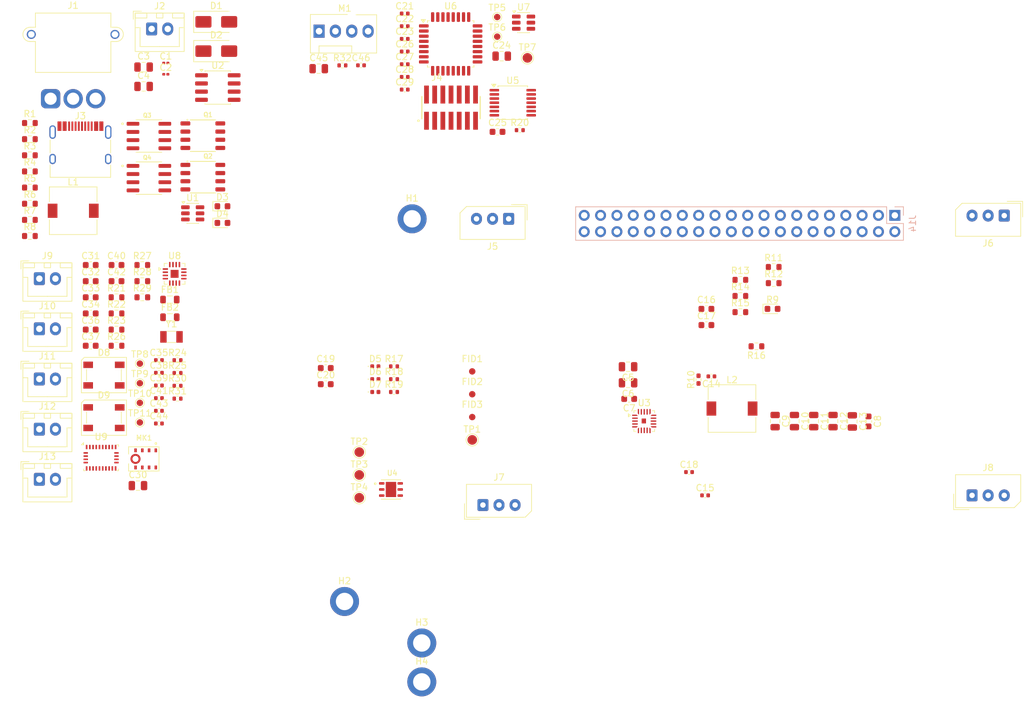
<source format=kicad_pcb>
(kicad_pcb (version 20241229) (generator "pcbnew") (generator_version "9.0")
  (layers (0 "F.Cu" signal) (2 "B.Cu" signal) (13 "F.Paste" user) (15 "B.Paste" user) (5 "F.SilkS" user "F.Silkscreen") (7 "B.SilkS" user "B.Silkscreen") (1 "F.Mask" user) (3 "B.Mask" user) (25 "Edge.Cuts" user))
  (net 0 "")
  (net 1 "Net-(U1-VDD)")
  (net 2 "/Power Supply & Charge/B-")
  (net 3 "Net-(U1-VC)")
  (net 4 "GND")
  (net 5 "Net-(U2-CE)")
  (net 6 "/Power Supply & Charge/B+")
  (net 7 "/Power Supply & Charge/V_BATT")
  (net 8 "+5V")
  (net 9 "Net-(C14-Pad1)")
  (net 10 "Net-(C14-Pad2)")
  (net 11 "Net-(U3-FB)")
  (net 12 "Net-(U3-VCC)")
  (net 13 "Net-(U3-SS)")
  (net 14 "/Voltage regulation/EN")
  (net 15 "+3.3V")
  (net 16 "/Raspberry Pi Interface/NRST")
  (net 17 "/Peripherals (Sensors & Audio)/SPEAKER_VO-")
  (net 18 "/Peripherals (Sensors & Audio)/SPEAKER_VO+")
  (net 19 "Net-(U9-XOUT32)")
  (net 20 "/Peripherals (Sensors & Audio)/FSR_TopLeft")
  (net 21 "/Peripherals (Sensors & Audio)/FSR_TopRight")
  (net 22 "Net-(U9-XIN32)")
  (net 23 "Net-(U9-CAP)")
  (net 24 "/Peripherals (Sensors & Audio)/FSR_BotLeft")
  (net 25 "/Peripherals (Sensors & Audio)/FSR_BotRight")
  (net 26 "Net-(D1-A)")
  (net 27 "Net-(D2-K)")
  (net 28 "Net-(D3-K)")
  (net 29 "Net-(D3-A)")
  (net 30 "Net-(D4-A)")
  (net 31 "Net-(D5-A)")
  (net 32 "Net-(D6-A)")
  (net 33 "Net-(D7-A)")
  (net 34 "Net-(D8-DIN)")
  (net 35 "/Peripherals (Sensors & Audio)/LED_DATA")
  (net 37 "Net-(U8-OUTP)")
  (net 38 "Net-(U8-OUTN)")
  (net 39 "/Power Supply & Charge/BM")
  (net 42 "Net-(J3-CC1)")
  (net 43 "Net-(J3-CC2)")
  (net 46 "/STM32 Microcontroller Core/USART1_RX")
  (net 48 "/STM32 Microcontroller Core/SWO")
  (net 50 "/STM32 Microcontroller Core/SWCLK")
  (net 51 "/STM32 Microcontroller Core/SWDIO")
  (net 54 "/STM32 Microcontroller Core/USART1_TX")
  (net 55 "/STM32 Microcontroller Core/SERVO_DATA")
  (net 56 "/Raspberry Pi Interface/SPI_SCLK")
  (net 58 "/Peripherals (Sensors & Audio)/LRCLK")
  (net 59 "/Raspberry Pi Interface/SPI_CS")
  (net 63 "/Raspberry Pi Interface/SPI_MOSI")
  (net 67 "/Raspberry Pi Interface/SPI_MISO")
  (net 69 "/Raspberry Pi Interface/Fan_Tacho")
  (net 70 "/Peripherals (Sensors & Audio)/DIN")
  (net 76 "/Peripherals (Sensors & Audio)/BCLK")
  (net 82 "/Raspberry Pi Interface/Fan_PWM")
  (net 84 "Net-(Q1-G)")
  (net 85 "Net-(Q1-D-Pad5)")
  (net 86 "Net-(Q2-G)")
  (net 87 "Net-(U2-CSN)")
  (net 88 "Net-(U2-HDRV)")
  (net 89 "Net-(Q4-G)")
  (net 90 "Net-(U1-CS)")
  (net 91 "Net-(U3-PGOOD)")
  (net 92 "Net-(U3-BST)")
  (net 93 "Net-(U3-MODE)")
  (net 94 "Net-(U6-PB8)")
  (net 95 "Net-(U8-~{SD_MODE})")
  (net 96 "Net-(U9-~{RESET})")
  (net 97 "/Peripherals (Sensors & Audio)/RGB_LED")
  (net 98 "/Peripherals (Sensors & Audio)/IMU_SCL")
  (net 99 "/Peripherals (Sensors & Audio)/IMU_SDA")
  (net 100 "Net-(U9-PS1)")
  (net 101 "Net-(U9-PS0)")
  (net 102 "/STM32 Microcontroller Core/USART2_DE")
  (net 104 "/STM32 Microcontroller Core/TIM4_CH1")
  (net 105 "/STM32 Microcontroller Core/USART2_TX")
  (net 106 "/Peripherals (Sensors & Audio)/IMU_INT")
  (footprint "Capacitor_SMD:C_0603_1608Metric" (layer "F.Cu") (at 65.5775 76.215)
    (property "Reference" "C20")
    (property "Value" "1µF")
  )
  (footprint "Resistor_SMD:R_0603_1608Metric" (layer "F.Cu") (at 37.0775 57.685)
    (property "Reference" "R27")
    (property "Value" "4.7k")
  )
  (footprint "Capacitor_SMD:C_0805_2012Metric" (layer "F.Cu") (at 64.4875 27.155)
    (property "Reference" "C45")
    (property "Value" "10µF")
  )
  (footprint "Chromapi_FP:MIC_INMP441ACEZ-R7" (layer "F.Cu") (at 37.3075 87.83)
    (property "Reference" "MK1")
    (property "Value" "INMP441ACEZ-R7")
  )
  (footprint "LED_SMD:LED_0402_1005Metric" (layer "F.Cu") (at 73.2825 75.435)
    (property "Reference" "D6")
    (property "Value" "5V_LED")
  )
  (footprint "Resistor_SMD:R_0603_1608Metric" (layer "F.Cu") (at 19.6075 38.115)
    (property "Reference" "R2")
    (property "Value" "330")
  )
  (footprint "Package_DFN_QFN:Texas_RJE0020A_VQFN-20-1EP_3x3mm_P0.45mm_EP0.675x0.76mm" (layer "F.Cu") (at 115.0625 81.95)
    (property "Reference" "U3")
    (property "Value" "TPS568230")
  )
  (footprint "Capacitor_SMD:C_0603_1608Metric" (layer "F.Cu") (at 29.0575 62.705)
    (property "Reference" "C33")
    (property "Value" "220pF")
  )
  (footprint "Capacitor_SMD:C_0805_2012Metric" (layer "F.Cu") (at 147.4 82 -90)
    (property "Reference" "C13")
    (property "Value" "22µF")
  )
  (footprint "Capacitor_SMD:C_0805_2012Metric" (layer "F.Cu") (at 141.4 81.95 -90)
    (property "Reference" "C11")
    (property "Value" "22µF")
  )
  (footprint "Capacitor_SMD:C_0402_1005Metric" (layer "F.Cu") (at 77.8475 22.525)
    (property "Reference" "C23")
    (property "Value" "100nF")
  )
  (footprint "Resistor_SMD:R_0402_1005Metric" (layer "F.Cu") (at 76.1875 73.445)
    (property "Reference" "R17")
    (property "Value" "3.3k")
  )
  (footprint "Resistor_SMD:R_0603_1608Metric" (layer "F.Cu") (at 33.0675 62.705)
    (property "Reference" "R21")
    (property "Value" "1M")
  )
  (footprint "Capacitor_SMD:C_0603_1608Metric" (layer "F.Cu") (at 33.0675 57.685)
    (property "Reference" "C40")
    (property "Value" "22pF")
  )
  (footprint "Capacitor_SMD:C_0402_1005Metric" (layer "F.Cu") (at 39.6575 82.325)
    (property "Reference" "C44")
    (property "Value" "100nF")
  )
  (footprint "Resistor_SMD:R_0603_1608Metric" (layer "F.Cu") (at 132.5 70.325 180)
    (property "Reference" "R16")
    (property "Value" "47k")
  )
  (footprint "MountingHole:MountingHole_2.7mm_M2.5_ISO14580_Pad_TopBottom" (layer "F.Cu") (at 68.5 110)
    (property "Reference" "H2")
    (property "Value" "MountingHole_Pad")
  )
  (footprint "Capacitor_SMD:C_0402_1005Metric" (layer "F.Cu") (at 77.8475 24.495)
    (property "Reference" "C26")
    (property "Value" "100nF")
  )
  (footprint "Capacitor_SMD:C_0805_2012Metric" (layer "F.Cu") (at 37.2775 29.915)
    (property "Reference" "C4")
    (property "Value" "22µF")
  )
  (footprint "Capacitor_SMD:C_0805_2012Metric" (layer "F.Cu") (at 37.2775 26.905)
    (property "Reference" "C3")
    (property "Value" "22µF")
  )
  (footprint "Resistor_SMD:R_0603_1608Metric" (layer "F.Cu") (at 19.6075 48.155)
    (property "Reference" "R6")
    (property "Value" "5.1k")
  )
  (footprint "Connector_JST:JST_XH_B2B-XH-A_1x02_P2.50mm_Vertical" (layer "F.Cu") (at 21.0775 91.005)
    (property "Reference" "J13")
    (property "Value" "Conn_FSR_BotRight")
  )
  (footprint "Capacitor_SMD:C_0402_1005Metric" (layer "F.Cu") (at 39.6575 80.355)
    (property "Reference" "C43")
    (property "Value" "100nF")
  )
  (footprint "Capacitor_SMD:C_0603_1608Metric" (layer "F.Cu") (at 65.5775 73.705)
    (property "Reference" "C19")
    (property "Value" "1µF")
  )
  (footprint "Capacitor_SMD:C_0805_2012Metric" (layer "F.Cu") (at 144.4 81.95 -90)
    (property "Reference" "C12")
    (property "Value" "22µF")
  )
  (footprint "Resistor_SMD:R_0603_1608Metric" (layer "F.Cu") (at 19.6075 35.605)
    (property "Reference" "R1")
    (property "Value" "330")
  )
  (footprint "Resistor_SMD:R_0603_1608Metric" (layer "F.Cu") (at 135.175 57.99)
    (property "Reference" "R11")
    (property "Value" "220k")
  )
  (footprint "Package_QFP:LQFP-32_7x7mm_P0.8mm" (layer "F.Cu") (at 84.9875 23.305)
    (property "Reference" "U6")
    (property "Value" "STM32G431KBTx")
  )
  (footprint "Capacitor_SMD:C_0402_1005Metric" (layer "F.Cu") (at 39.6575 72.475)
    (property "Reference" "C35")
    (property "Value" "100nF")
  )
  (footprint "Connector_USB:USB_C_Receptacle_HRO_TYPE-C-31-M-12" (layer "F.Cu") (at 27.4575 40.145)
    (property "Reference" "J3")
    (property "Value" "USB_C_Receptacle_USB2.0_14P")
  )
  (footprint "Resistor_SMD:R_0402_1005Metric" (layer "F.Cu") (at 76.1875 75.435)
    (property "Reference" "R18")
    (property "Value" "1k")
  )
  (footprint "Capacitor_SMD:C_0603_1608Metric" (layer "F.Cu") (at 29.0575 60.195)
    (property "Reference" "C32")
    (property "Value" "100nF")
  )
  (footprint "Capacitor_SMD:C_0402_1005Metric" (layer "F.Cu") (at 77.8475 20.555)
    (property "Reference" "C22")
    (property "Value" "100nF")
  )
  (footprint "Resistor_SMD:R_0603_1608Metric" (layer "F.Cu") (at 135.175 60.5)
    (property "Reference" "R12")
    (property "Value" "75k")
  )
  (footprint "Capacitor_SMD:C_0603_1608Metric" (layer "F.Cu") (at 124.725 64.51)
    (property "Reference" "C16")
    (property "Value" "1µF")
  )
  (footprint "Diode_SMD:D_SMA" (layer "F.Cu") (at 48.5725 19.875)
    (property "Reference" "D1")
    (property "Value" "SS34")
  )
  (footprint "Chromapi_FP:ao4406a_SOIC-8_3.9x4.9x1.75mm_P1.27mm" (layer "F.Cu") (at 46.4825 44.025)
    (property "Reference" "Q2")
    (property "Value" "AO4406A")
  )
  (footprint "Connector_AMASS:AMASS_MR30PW-M_1x03_P3.50mm_Horizontal" (layer "F.Cu") (at 22.8275 31.825)
    (property "Reference" "J1")
    (property "Value" "Battery Input")
  )
  (footprint "Connector_JST:JST_XH_B2B-XH-A_1x02_P2.50mm_Vertical" (layer "F.Cu") (at 21.0775 67.605)
    (property "Reference" "J10")
    (property "Value" "Conn_FSR_TopLeft")
  )
  (footprint "Capacitor_SMD:C_0603_1608Metric" (layer "F.Cu") (at 149.9 82 -90)
    (property "Reference" "C8")
    (property "Value" "100nF")
  )
  (footprint "Capacitor_SMD:C_0201_0603Metric" (layer "F.Cu") (at 40.7275 28.025)
    (property "Reference" "C2")
    (property "Value" "100nF")
  )
  (footprint "Connector_Molex:Molex_SPOX_5267-03A_1x03_P2.50mm_Vertical" (layer "F.Cu") (at 94 50.5 180)
    (property "Reference" "J5")
    (property "Value" "Conn_TopLeft")
  )
  (footprint "Resistor_SMD:R_0603_1608Metric" (layer "F.Cu") (at 19.6075 50.665)
    (property "Reference" "R7")
    (property "Value" "1k")
  )
  (footprint "Capacitor_SMD:C_0402_1005Metric" (layer "F.Cu") (at 125.5 75 180)
    (property "Reference" "C14")
    (property "Value" "100nF")
  )
  (footprint "Capacitor_SMD:C_0603_1608Metric" (layer "F.Cu") (at 29.0575 65.215)
    (property "Reference" "C34")
    (property "Value" "220pF")
  )
  (footprint "Package_TO_SOT_SMD:SOT-23-6" (layer "F.Cu") (at 96.3175 20)
    (property "Reference" "U7")
    (property "Value" "SN74LVC1T45DBV")
  )
  (footprint "Connector_Molex:Molex_SPOX_5267-03A_1x03_P2.50mm_Vertical" (layer "F.Cu") (at 166 93.5)
    (property "Reference" "J8")
    (property "Value" "Conn_BotRight")
  )
  (footprint "Connector:FanPinHeader_1x04_P2.54mm_Vertical" (layer "F.Cu") (at 64.5375 21.325)
    (property "Reference" "M1")
    (property "Value" "Noctua NF-A4x10")
  )
  (footprint "TestPoint:TestPoint_Pad_D1.0mm" (layer "F.Cu") (at 36.6975 73.015)
    (property "Reference" "TP8")
    (property "Value" "TP_FSR_TopLeft")
  )
  (footprint "TestPoint:TestPoint_Pad_D1.0mm" (layer "F.Cu") (at 92.2175 19.125)
    (property "Reference" "TP5")
    (property "Value" "TP_SERVO_DATA")
  )
  (footprint "LED_SMD:LED_0603_1608Metric" (layer "F.Cu") (at 49.5275 51.135)
    (property "Reference" "D4")
    (property "Value" "Red_LED")
  )
  (footprint "LED_SMD:LED_0402_1005Metric" (layer "F.Cu") (at 73.2825 73.445)
    (property "Reference" "D5")
    (property "Value" "BATT_LED")
  )
  (footprint "Resistor_SMD:R_0603_1608Metric" (layer "F.Cu") (at 19.6075 43.135)
    (property "Reference" "R4")
    (property "Value" "60m")
  )
  (footprint "Capacitor_SMD:C_0603_1608Metric" (layer "F.Cu") (at 124.725 67.02)
    (property "Reference" "C17")
    (property "Value" "22nF")
  )
  (footprint "Fiducial:Fiducial_1mm_Mask2mm" (layer "F.Cu") (at 88.3375 81.325)
    (property "Reference" "FID3")
    (property "Value" "Fiducial")
  )
  (footprint "MountingHole:MountingHole_2.7mm_M2.5_ISO14580_Pad_TopBottom" (layer "F.Cu") (at 80.5 122.5)
    (property "Reference" "H4")
    (property "Value" "MountingHole_Pad")
  )
  (footprint "Resistor_SMD:R_0603_1608Metric" (layer "F.Cu") (at 130 65.01)
    (property "Reference" "R15")
    (property "Value" "51k")
  )
  (footprint "Capacitor_SMD:C_0805_2012Metric" (layer "F.Cu") (at 112.55 76 180)
    (property "Reference" "C6")
    (property "Value" "22µF")
  )
  (footprint "Capacitor_SMD:C_0402_1005Metric" (layer "F.Cu") (at 39.6575 74.445)
    (property "Reference" "C38")
    (property "Value" "100nF")
  )
  (footprint "Capacitor_SMD:C_0402_1005Metric" (layer "F.Cu") (at 124.52 93.5)
    (property "Reference" "C15")
    (property "Value" "100pF")
  )
  (footprint "Resistor_SMD:R_0603_1608Metric" (layer "F.Cu") (at 33.0675 65.215)
    (property "Reference" "R22")
    (property "Value" "10k")
  )
  (footprint "Resistor_SMD:R_0402_1005Metric" (layer "F.Cu") (at 68.1675 26.645)
    (property "Reference" "R32")
    (property "Value" "1k")
  )
  (footprint "Capacitor_SMD:C_0603_1608Metric" (layer "F.Cu") (at 29.0575 57.685)
    (property "Reference" "C31")
    (property "Value" "100nF")
  )
  (footprint "Capacitor_SMD:C_0201_0603Metric" (layer "F.Cu") (at 40.7275 26.275)
    (property "Reference" "C1")
    (property "Value" "100nF")
  )
  (footprint "Inductor_SMD:L_0805_2012Metric" (layer "F.Cu") (at 41.3575 65.805)
    (property "Reference" "FB2")
    (property "Value" "FerriteBead_Small")
  )
  (footprint "Capacitor_SMD:C_0603_1608Metric" (layer "F.Cu") (at 29.0575 70.235)
    (property "Reference" "C37")
    (property "Value" "22pF")
  )
  (footprint "Resistor_SMD:R_0402_1005Metric" (layer "F.Cu") (at 42.5475 72.485)
    (property "Reference" "R24")
    (property "Value" "10k")
  )
  (footprint "MountingHole:MountingHole_2.7mm_M2.5_ISO14580_Pad_TopBottom" (layer "F.Cu") (at 79 50.5)
    (property "Reference" "H1")
    (property "Value" "MountingHole_Pad")
  )
  (footprint "TestPoint:TestPoint_Pad_D1.0mm" (layer "F.Cu") (at 36.6975 79.115)
    (property "Reference" "TP10")
    (property "Value" "TP_FSR_BotLeft")
  )
  (footprint "Capacitor_SMD:C_0805_2012Metric" (layer "F.Cu") (at 138.4 81.95 -90)
    (property "Reference" "C10")
    (property "Value" "22µF")
  )
  (footprint "LED_SMD:LED_0603_1608Metric" (layer "F.Cu") (at 49.5275 48.545)
    (property "Reference" "D3")
    (property "Value" "Green_LED")
  )
  (footprint "LED_SMD:LED_SK6812_PLCC4_5.0x5.0mm_P3.2mm" (layer "F.Cu") (at 31.1125 81.42)
    (property "Reference" "D9")
    (property "Value" "SK6812")
  )
  (footprint "Connector_Molex:Molex_SPOX_5267-03A_1x03_P2.50mm_Vertical" (layer "F.Cu") (at 90 95)
    (property "Reference" "J7")
    (property "Value" "Conn_BotLeft")
  )
  (footprint "Resistor_SMD:R_0402_1005Metric_Pad0.72x0.64mm_HandSolder" (layer "F.Cu") (at 123.5 75.5 90)
    (property "Reference" "R10")
    (property "Value" "0")
  )
  (footprint "Capacitor_SMD:C_0402_1005Metric" (layer "F.Cu") (at 77.8475 28.435)
    (property "Reference" "C28")
    (property "Value" "100nF")
  )
  (footprint "Resistor_SMD:R_0402_1005Metric" (layer "F.Cu") (at 42.5475 78.455)
    (property "Reference" "R31")
    (property "Value" "10k")
  )
  (footprint "Inductor_SMD:L_0805_2012Metric" (layer "F.Cu") (at 41.3575 63.055)
    (property "Reference" "FB1")
    (property "Value" "FerriteBead_Small")
  )
  (footprint "Resistor_SMD:R_0402_1005Metric" (layer "F.Cu") (at 76.1875 77.425)
    (property "Reference" "R19")
    (property "Value" "470")
  )
  (footprint "Chromapi_FP:SAMTEC_FTSH-107-01-L-DV-K-A" (layer "F.Cu") (at 85.0425 33.215)
    (property "Reference" "J4")
    (property "Value" "Conn_ST_STDC14")
  )
  (footprint "Resistor_SMD:R_0603_1608Metric" (layer "F.Cu") (at 19.6075 53.175)
    (property "Reference" "R8")
    (property "Value" "1k")
  )
  (footprint "TestPoint:TestPoint_Pad_D1.5mm" (layer "F.Cu") (at 70.7875 93.875)
    (property "Reference" "TP4")
    (property "Value" "TP_3V3")
  )
  (footprint "Capacitor_SMD:C_0402_1005Metric" (layer "F.Cu") (at 77.8475 30.405)
    (property "Reference" "C29")
    (property "Value" "100nF")
  )
  (footprint "Resistor_SMD:R_0603_1608Metric" (layer "F.Cu") (at 130 59.99)
    (property "Reference" "R13")
    (property "Value" "30k")
  )
  (footprint "Capacitor_SMD:C_0402_1005Metric" (layer "F.Cu") (at 77.8475 18.585)
    (property "Reference" "C21")
    (property "Value" "100nF")
  )
  (footprint "Capacitor_SMD:C_0805_2012Metric" (layer "F.Cu") (at 36.3975 91.985)
    (property "Reference" "C30")
    (property "Value" "10µF")
  )
  (footprint "Capacitor_SMD:C_0603_1608Metric" (layer "F.Cu") (at 33.0675 60.195)
    (property "Reference" "C42")
    (property "Value" "100nF")
  )
  (footprint "Fiducial:Fiducial_1mm_Mask2mm" (layer "F.Cu") (at 88.3375 77.775)
    (property "Reference" "FID2")
    (property "Value" "Fiducial")
  )
  (footprint "Resistor_SMD:R_0402_1005Metric" (layer "F.Cu") (at 42.5475 74.475)
    (property "Reference" "R25")
    (property "Value" "10k")
  )
  (footprint "Package_DFN_QFN:TQFN-16-1EP_3x3mm_P0.5mm_EP1.23x1.23mm" (layer "F.Cu") (at 42.0925 59.055)
    (property "Reference" "U8")
    (property "Value" "MAX98357A")
  )
  (footprint "Capacitor_SMD:C_0402_1005Metric" (layer "F.Cu") (at 122.0275 89.875)
    (property "Reference" "C18")
    (property "Value" "100nF")
  )
  (footprint "LED_SMD:LED_SK6812_PLCC4_5.0x5.0mm_P3.2mm" (layer "F.Cu") (at 31.1125 74.8)
    (property "Reference" "D8")
    (property "Value" "SK6812")
  )
  (footprint "Connector_JST:JST_XH_B2B-XH-A_1x02_P2.50mm_Vertical" (layer "F.Cu") (at 38.5275 20.975)
    (property "Reference" "J2")
    (property "Value" "Power Switch")
  )
  (footprint "TestPoint:TestPoint_Pad_D1.0mm" (layer "F.Cu") (at 92.2175 22.175)
    (property "Reference" "TP6")
    (property "Value" "TP_USART_DE")
  )
  (footprint "Capacitor_SMD:C_0805_2012Metric" (layer "F.Cu") (at 135.4 81.95 -90)
    (property "Reference" "C9")
    (property "Value" "22µF")
  )
  (footprint "Resistor_SMD:R_0603_1608Metric" (layer "F.Cu") (at 33.0675 70.235)
    (property "Reference" "R26")
    (property "Value" "4.7k")
  )
  (footprint "Diode_SMD:D_SMA" (layer "F.Cu") (at 48.5725 24.425)
    (property "Reference" "D2")
    (property "Value" "SS34")
  )
  (footprint "Capacitor_SMD:C_0603_1608Metric" (layer "F.Cu") (at 112.725 78.5 180)
    (property "Reference" "C7")
    (property "Value" "100nF")
  )
  (footprint "Connector_JST:JST_XH_B2B-XH-A_1x02_P2.50mm_Vertical" (layer "F.Cu") (at 21.0775 59.805)
    (property "Reference" "J9")
    (property "Value" "Speaker connector")
  )
  (footprint "Resistor_SMD:R_0603_1608Metric" (layer "F.Cu") (at 37.0775 62.705)
    (property "Reference" "R29")
    (property "Value" "10k")
  )
  (footprint "Capacitor_SMD:C_0402_1005Metric" (layer "F.Cu") (at 39.6575 78.385)
    (property "Reference" "C41")
    (property "Value" "100nF")
  )
  (footprint "Package_SO:TSSOP-14_4.4x5mm_P0.65mm" (layer "F.Cu") (at 94.6375 32.45)
    (property "Reference" "U5")
    (property "Value" "74AHCT125")
  )
  (footprint "Fiducial:Fiducial_1mm_Mask2mm" (layer "F.Cu") (at 88.3375 74.225)
    (property "Reference" "FID1")
    (property "Value" "Fiducial")
  )
  (footprint "Capacitor_SMD:C_0603_1608Metric" (layer "F.Cu") (at 92.2675 36.975)
    (property "Reference" "C25")
    (property "Value" "1µF")
  )
  (footprint "Capacitor_SMD:C_0805_2012Metric" (layer "F.Cu") (at 92.9175 25.205)
    (property "Reference" "C24")
    (property "Value" "10µF")
  )
  (footprint "Resistor_SMD:R_0603_1608Metric" (layer "F.Cu") (at 37.0775 60.195)
    (property "Reference" "R28")
    (property "Value" "10k")
  )
  (footprint "Capacitor_SMD:C_0603_1608Metric" (layer "F.Cu") (at 29.0575 67.725)
    (property "Reference" "C36")
    (property "Value" "100nF")
  )
  (footprint "Package_SO:SOP-8_3.76x4.96mm_P1.27mm" (layer "F.Cu") (at 48.8075 30.09)
    (property "Reference" "U2")
    (property "Value" "CN3302")
  )
  (footprint "Capacitor_SMD:C_0805_2012Metric" (layer "F.Cu") (at 112.55 73.5 180)
    (property "Reference" "C5")
    (property "Value" "22µF")
  )
  (footprint "TestPoint:TestPoint_Pad_D1.0mm" (layer "F.Cu") (at 36.6975 82.165)
    (property "Reference" "TP11")
    (property "Value" "TP_FSR_BotRight")
  )
  (footprint "Connector_JST:JST_XH_B2B-XH-A_1x02_P2.50mm_Vertical" (layer "F.Cu") (at 21.0775 75.405)
    (property "Reference" "J11")
    (property "Value" "Conn_FSR_TopRight")
  )
  (footprint "Package_LGA:LGA-28_5.2x3.8mm_P0.5mm" (layer "F.Cu") (at 30.6725 87.65)
    (property "Reference" "U9")
    (property "Value" "BNO055")
  )
  (footprint "Chromapi_FP:ao4435_SOIC127P600X175-8N" (layer "F.Cu") (at 38.1025 37.625)
    (property "Reference" "Q3")
    (property "Value" "AO4435")
  )
  (footprint "TestPoint:TestPoint_Pad_D1.5mm" (layer "F.Cu") (at 96.9175 25.475)
    (property "Reference" "TP7")
    (property "Value" "TP_GND")
  )
  (footprint "MountingHole:MountingHole_2.7mm_M2.5_ISO14580_Pad_TopBottom" (layer "F.Cu") (at 80.5 116.45)
    (property "Reference" "H3")
    (property "Value" "MountingHole_Pad")
  )
  (footprint "Connector_JST:JST_XH_B2B-XH-A_1x02_P2.50mm_Vertical" (layer "F.Cu") (at 21.0775 83.205)
    (property "Reference" "J12")
    (property "Value" "Conn_FSR_BotLeft")
  )
  (footprint "Resistor_SMD:R_0603_1608Metric" (layer "F.Cu") (at 19.6075 40.625)
    (property "Reference" "R3")
    (property "Value" "2k")
  )
  (footprint "Resistor_SMD:R_0402_1005Metric" (layer "F.Cu") (at 42.5475 76.465)
    (property "Reference" "R30")
    (property "Value" "10k")
  )
  (footprint "LED_SMD:LED_0603_1608Metric" (layer "F.Cu") (at 135 64.5)
    (property "Reference" "R9")
    (property "Value" "100k")
  )
  (footprint "TestPoint:TestPoint_Pad_D1.0mm" (layer "F.Cu") (at 36.6975 76.065)
    (property "Reference" "TP9")
    (property "Value" "TP_FSR_TopRight")
  )
  (footprint "Capacitor_SMD:C_0402_1005Metric" (layer "F.Cu") (at 39.6575 76.415)
    (property "Reference" "C39")
    (property "Value" "100nF")
  )
  (footprint "Capacitor_SMD:C_0402_1005Metric" (layer "F.Cu") (at 71.0575 26.635)
    (property "Reference" "C46")
    (property "Value" "100nF")
  )
  (footprint "TestPoint:TestPoint_Pad_D1.5mm" (layer "F.Cu") (at 70.7875 90.325)
    (property "Reference" "TP3")
    (property "Value" "TP_5V")
  )
  (footprint "TestPoint:TestPoint_Pad_D1.5mm" (layer "F.Cu") (at 70.7875 86.775)
    (property "Reference" "TP2")
    (property "Value" "TP_BATT")
  )
  (footprint "Resistor_SMD:R_0603_1608Metric" (layer "F.Cu") (at 19.6075 45.645)
    (property "Reference" "R5")
    (property "Value" "5.1k")
  )
  (footprint "Resistor_SMD:R_0603_1608Metric" (layer "F.Cu") (at 130 62.5)
    (property "Reference" "R14")
    (property "Value" "100k")
  )
  (footprint "Chromapi_FP:ao4406a_SOIC-8_3.9x4.9x1.75mm_P1.27mm" (layer "F.Cu") (at 46.4825 37.575)
    (property "Reference" "Q1")
    (property "Value" "AO4406A")
  )
  (footprint "Chromapi_FP:ao4435_SOIC127P600X175-8N" (layer "F.Cu") (at 38.1025 44.175)
    (property "Reference" "Q4")
    (property "Value" "AO4468")
  )
  (footprint "Package_TO_SOT_SMD:SOT-23-6" (layer "F.Cu") (at 44.9075 49.65)
    (property "Reference" "U1")
    (property "Value" "HY2120")
  )
  (footprint "Resistor_SMD:R_0402_1005Metric" (layer "F.Cu") (at 95.7275 36.715)
    (property "Reference" "R20")
    (property "Value" "10k")
  )
  (footprint "Chromapi_FP:ld39050PU33R_SON95P300X300X100-7N" (layer "F.Cu") (at 75.7125 92.585)
    (property "Reference" "U4")
    (property "Value" "LD39050PU33R")
  )
  (footprint "Inductor_SMD:L_7.3x7.3_H3.5" (layer "F.Cu") (at 26.3375 49.245)
    (property "Reference" "L1")
    (property "Value" "4.7µH")
  )
  (footprint "Inductor_SMD:L_7.3x7.3_H3.5" (layer "F.Cu") (at 128.7 80)
    (property "Reference" "L2")
    (property "Value" "1.5µH")
  )
  (footprint "Capacitor_SMD:C_0402_1005Metric" (layer "F.Cu") (at 77.8475 26.465)
    (property "Reference" "C27")
    (property "Value" "100nF")
  )
  (footprint "Connector_Molex:Molex_SPOX_5267-03A_1x03_P2.50mm_Vertical" (layer "F.Cu") (at 171 50 180)
    (property "Reference" "J6")
    (property "Value" "Conn_TopRight")
  )
  (footprint "Crystal:Crystal_SMD_3215-2Pin_3.2x1.5mm" (layer "F.Cu") (at 41.6075 68.855)
    (property "Reference" "Y1")
    (property "Value" "32.768k")
  )
  (footprint "Resistor_SMD:R_0603_1608Metric" (layer "F.Cu") (at 33.0675 67.725)
    (property "Reference" "R23")
    (property "Value" "330")
  )
  (footprint "TestPoint:TestPoint_Pad_D1.5mm" (layer "F.Cu") (at 88.3375 84.875)
    (property "Reference" "TP1")
    (property "Value" "TP_GND")
  )
  (footprint "LED_SMD:LED_0402_1005Metric" (layer "F.Cu") (at 73.2825 77.425)
    (property "Reference" "D7")
    (property "Value" "3V3_LED")
  )
  (footprint "Connector_PinSocket_2.54mm:PinSocket_2x20_P2.54mm_Vertical" (layer "B.Cu") (at 154 49.96 90)
    (property "Reference" "J14")
    (property "Value" "RPI_Connector")
  )
)
</source>
